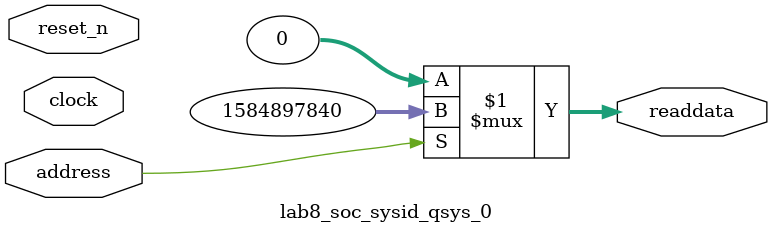
<source format=v>



// synthesis translate_off
`timescale 1ns / 1ps
// synthesis translate_on

// turn off superfluous verilog processor warnings 
// altera message_level Level1 
// altera message_off 10034 10035 10036 10037 10230 10240 10030 

module lab8_soc_sysid_qsys_0 (
               // inputs:
                address,
                clock,
                reset_n,

               // outputs:
                readdata
             )
;

  output  [ 31: 0] readdata;
  input            address;
  input            clock;
  input            reset_n;

  wire    [ 31: 0] readdata;
  //control_slave, which is an e_avalon_slave
  assign readdata = address ? 1584897840 : 0;

endmodule



</source>
